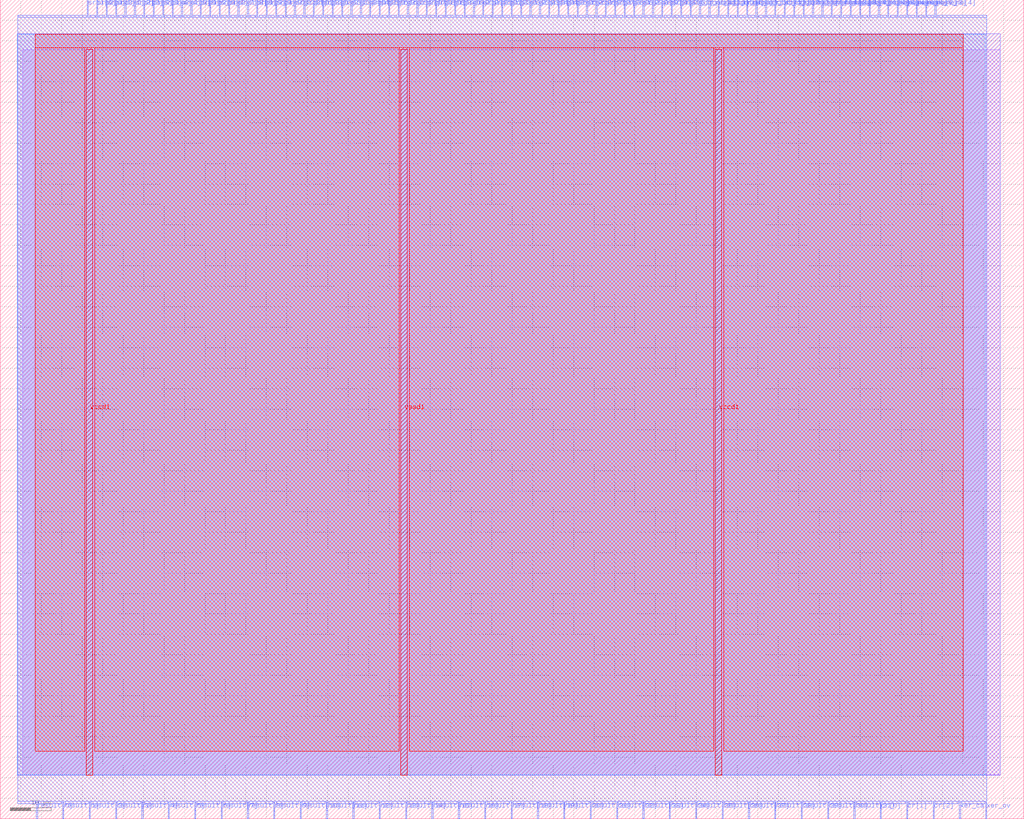
<source format=lef>
VERSION 5.7 ;
  NOWIREEXTENSIONATPIN ON ;
  DIVIDERCHAR "/" ;
  BUSBITCHARS "[]" ;
MACRO ALUL
  CLASS BLOCK ;
  FOREIGN ALUL ;
  ORIGIN 0.000 0.000 ;
  SIZE 250.000 BY 200.000 ;
  PIN alu_ctrl[0]
    DIRECTION INPUT ;
    USE SIGNAL ;
    PORT
      LAYER met2 ;
        RECT 168.450 196.000 168.730 200.000 ;
    END
  END alu_ctrl[0]
  PIN alu_ctrl[1]
    DIRECTION INPUT ;
    USE SIGNAL ;
    PORT
      LAYER met2 ;
        RECT 177.650 196.000 177.930 200.000 ;
    END
  END alu_ctrl[1]
  PIN bit_ctrl[0]
    DIRECTION INPUT ;
    USE SIGNAL ;
    PORT
      LAYER met2 ;
        RECT 170.750 196.000 171.030 200.000 ;
    END
  END bit_ctrl[0]
  PIN bit_ctrl[1]
    DIRECTION INPUT ;
    USE SIGNAL ;
    PORT
      LAYER met2 ;
        RECT 179.950 196.000 180.230 200.000 ;
    END
  END bit_ctrl[1]
  PIN bit_ctrl[2]
    DIRECTION INPUT ;
    USE SIGNAL ;
    PORT
      LAYER met2 ;
        RECT 186.850 196.000 187.130 200.000 ;
    END
  END bit_ctrl[2]
  PIN bit_ctrl[3]
    DIRECTION INPUT ;
    USE SIGNAL ;
    PORT
      LAYER met2 ;
        RECT 193.750 196.000 194.030 200.000 ;
    END
  END bit_ctrl[3]
  PIN cr[0]
    DIRECTION OUTPUT TRISTATE ;
    USE SIGNAL ;
    PORT
      LAYER met2 ;
        RECT 214.910 0.000 215.190 4.000 ;
    END
  END cr[0]
  PIN cr[1]
    DIRECTION OUTPUT TRISTATE ;
    USE SIGNAL ;
    PORT
      LAYER met2 ;
        RECT 221.350 0.000 221.630 4.000 ;
    END
  END cr[1]
  PIN cr[2]
    DIRECTION OUTPUT TRISTATE ;
    USE SIGNAL ;
    PORT
      LAYER met2 ;
        RECT 227.790 0.000 228.070 4.000 ;
    END
  END cr[2]
  PIN mask_mb[0]
    DIRECTION INPUT ;
    USE SIGNAL ;
    PORT
      LAYER met2 ;
        RECT 207.550 196.000 207.830 200.000 ;
    END
  END mask_mb[0]
  PIN mask_mb[1]
    DIRECTION INPUT ;
    USE SIGNAL ;
    PORT
      LAYER met2 ;
        RECT 209.850 196.000 210.130 200.000 ;
    END
  END mask_mb[1]
  PIN mask_mb[2]
    DIRECTION INPUT ;
    USE SIGNAL ;
    PORT
      LAYER met2 ;
        RECT 212.150 196.000 212.430 200.000 ;
    END
  END mask_mb[2]
  PIN mask_mb[3]
    DIRECTION INPUT ;
    USE SIGNAL ;
    PORT
      LAYER met2 ;
        RECT 214.450 196.000 214.730 200.000 ;
    END
  END mask_mb[3]
  PIN mask_mb[4]
    DIRECTION INPUT ;
    USE SIGNAL ;
    PORT
      LAYER met2 ;
        RECT 216.750 196.000 217.030 200.000 ;
    END
  END mask_mb[4]
  PIN mask_me[0]
    DIRECTION INPUT ;
    USE SIGNAL ;
    PORT
      LAYER met2 ;
        RECT 219.050 196.000 219.330 200.000 ;
    END
  END mask_me[0]
  PIN mask_me[1]
    DIRECTION INPUT ;
    USE SIGNAL ;
    PORT
      LAYER met2 ;
        RECT 221.350 196.000 221.630 200.000 ;
    END
  END mask_me[1]
  PIN mask_me[2]
    DIRECTION INPUT ;
    USE SIGNAL ;
    PORT
      LAYER met2 ;
        RECT 223.650 196.000 223.930 200.000 ;
    END
  END mask_me[2]
  PIN mask_me[3]
    DIRECTION INPUT ;
    USE SIGNAL ;
    PORT
      LAYER met2 ;
        RECT 225.950 196.000 226.230 200.000 ;
    END
  END mask_me[3]
  PIN mask_me[4]
    DIRECTION INPUT ;
    USE SIGNAL ;
    PORT
      LAYER met2 ;
        RECT 228.250 196.000 228.530 200.000 ;
    END
  END mask_me[4]
  PIN result[0]
    DIRECTION OUTPUT TRISTATE ;
    USE SIGNAL ;
    PORT
      LAYER met2 ;
        RECT 8.830 0.000 9.110 4.000 ;
    END
  END result[0]
  PIN result[10]
    DIRECTION OUTPUT TRISTATE ;
    USE SIGNAL ;
    PORT
      LAYER met2 ;
        RECT 73.230 0.000 73.510 4.000 ;
    END
  END result[10]
  PIN result[11]
    DIRECTION OUTPUT TRISTATE ;
    USE SIGNAL ;
    PORT
      LAYER met2 ;
        RECT 79.670 0.000 79.950 4.000 ;
    END
  END result[11]
  PIN result[12]
    DIRECTION OUTPUT TRISTATE ;
    USE SIGNAL ;
    PORT
      LAYER met2 ;
        RECT 86.110 0.000 86.390 4.000 ;
    END
  END result[12]
  PIN result[13]
    DIRECTION OUTPUT TRISTATE ;
    USE SIGNAL ;
    PORT
      LAYER met2 ;
        RECT 92.550 0.000 92.830 4.000 ;
    END
  END result[13]
  PIN result[14]
    DIRECTION OUTPUT TRISTATE ;
    USE SIGNAL ;
    PORT
      LAYER met2 ;
        RECT 98.990 0.000 99.270 4.000 ;
    END
  END result[14]
  PIN result[15]
    DIRECTION OUTPUT TRISTATE ;
    USE SIGNAL ;
    PORT
      LAYER met2 ;
        RECT 105.430 0.000 105.710 4.000 ;
    END
  END result[15]
  PIN result[16]
    DIRECTION OUTPUT TRISTATE ;
    USE SIGNAL ;
    PORT
      LAYER met2 ;
        RECT 111.870 0.000 112.150 4.000 ;
    END
  END result[16]
  PIN result[17]
    DIRECTION OUTPUT TRISTATE ;
    USE SIGNAL ;
    PORT
      LAYER met2 ;
        RECT 118.310 0.000 118.590 4.000 ;
    END
  END result[17]
  PIN result[18]
    DIRECTION OUTPUT TRISTATE ;
    USE SIGNAL ;
    PORT
      LAYER met2 ;
        RECT 124.750 0.000 125.030 4.000 ;
    END
  END result[18]
  PIN result[19]
    DIRECTION OUTPUT TRISTATE ;
    USE SIGNAL ;
    PORT
      LAYER met2 ;
        RECT 131.190 0.000 131.470 4.000 ;
    END
  END result[19]
  PIN result[1]
    DIRECTION OUTPUT TRISTATE ;
    USE SIGNAL ;
    PORT
      LAYER met2 ;
        RECT 15.270 0.000 15.550 4.000 ;
    END
  END result[1]
  PIN result[20]
    DIRECTION OUTPUT TRISTATE ;
    USE SIGNAL ;
    PORT
      LAYER met2 ;
        RECT 137.630 0.000 137.910 4.000 ;
    END
  END result[20]
  PIN result[21]
    DIRECTION OUTPUT TRISTATE ;
    USE SIGNAL ;
    PORT
      LAYER met2 ;
        RECT 144.070 0.000 144.350 4.000 ;
    END
  END result[21]
  PIN result[22]
    DIRECTION OUTPUT TRISTATE ;
    USE SIGNAL ;
    PORT
      LAYER met2 ;
        RECT 150.510 0.000 150.790 4.000 ;
    END
  END result[22]
  PIN result[23]
    DIRECTION OUTPUT TRISTATE ;
    USE SIGNAL ;
    PORT
      LAYER met2 ;
        RECT 156.950 0.000 157.230 4.000 ;
    END
  END result[23]
  PIN result[24]
    DIRECTION OUTPUT TRISTATE ;
    USE SIGNAL ;
    PORT
      LAYER met2 ;
        RECT 163.390 0.000 163.670 4.000 ;
    END
  END result[24]
  PIN result[25]
    DIRECTION OUTPUT TRISTATE ;
    USE SIGNAL ;
    PORT
      LAYER met2 ;
        RECT 169.830 0.000 170.110 4.000 ;
    END
  END result[25]
  PIN result[26]
    DIRECTION OUTPUT TRISTATE ;
    USE SIGNAL ;
    PORT
      LAYER met2 ;
        RECT 176.270 0.000 176.550 4.000 ;
    END
  END result[26]
  PIN result[27]
    DIRECTION OUTPUT TRISTATE ;
    USE SIGNAL ;
    PORT
      LAYER met2 ;
        RECT 182.710 0.000 182.990 4.000 ;
    END
  END result[27]
  PIN result[28]
    DIRECTION OUTPUT TRISTATE ;
    USE SIGNAL ;
    PORT
      LAYER met2 ;
        RECT 189.150 0.000 189.430 4.000 ;
    END
  END result[28]
  PIN result[29]
    DIRECTION OUTPUT TRISTATE ;
    USE SIGNAL ;
    PORT
      LAYER met2 ;
        RECT 195.590 0.000 195.870 4.000 ;
    END
  END result[29]
  PIN result[2]
    DIRECTION OUTPUT TRISTATE ;
    USE SIGNAL ;
    PORT
      LAYER met2 ;
        RECT 21.710 0.000 21.990 4.000 ;
    END
  END result[2]
  PIN result[30]
    DIRECTION OUTPUT TRISTATE ;
    USE SIGNAL ;
    PORT
      LAYER met2 ;
        RECT 202.030 0.000 202.310 4.000 ;
    END
  END result[30]
  PIN result[31]
    DIRECTION OUTPUT TRISTATE ;
    USE SIGNAL ;
    PORT
      LAYER met2 ;
        RECT 208.470 0.000 208.750 4.000 ;
    END
  END result[31]
  PIN result[3]
    DIRECTION OUTPUT TRISTATE ;
    USE SIGNAL ;
    PORT
      LAYER met2 ;
        RECT 28.150 0.000 28.430 4.000 ;
    END
  END result[3]
  PIN result[4]
    DIRECTION OUTPUT TRISTATE ;
    USE SIGNAL ;
    PORT
      LAYER met2 ;
        RECT 34.590 0.000 34.870 4.000 ;
    END
  END result[4]
  PIN result[5]
    DIRECTION OUTPUT TRISTATE ;
    USE SIGNAL ;
    PORT
      LAYER met2 ;
        RECT 41.030 0.000 41.310 4.000 ;
    END
  END result[5]
  PIN result[6]
    DIRECTION OUTPUT TRISTATE ;
    USE SIGNAL ;
    PORT
      LAYER met2 ;
        RECT 47.470 0.000 47.750 4.000 ;
    END
  END result[6]
  PIN result[7]
    DIRECTION OUTPUT TRISTATE ;
    USE SIGNAL ;
    PORT
      LAYER met2 ;
        RECT 53.910 0.000 54.190 4.000 ;
    END
  END result[7]
  PIN result[8]
    DIRECTION OUTPUT TRISTATE ;
    USE SIGNAL ;
    PORT
      LAYER met2 ;
        RECT 60.350 0.000 60.630 4.000 ;
    END
  END result[8]
  PIN result[9]
    DIRECTION OUTPUT TRISTATE ;
    USE SIGNAL ;
    PORT
      LAYER met2 ;
        RECT 66.790 0.000 67.070 4.000 ;
    END
  END result[9]
  PIN rimi_ctrl[0]
    DIRECTION INPUT ;
    USE SIGNAL ;
    PORT
      LAYER met2 ;
        RECT 173.050 196.000 173.330 200.000 ;
    END
  END rimi_ctrl[0]
  PIN rimi_ctrl[1]
    DIRECTION INPUT ;
    USE SIGNAL ;
    PORT
      LAYER met2 ;
        RECT 182.250 196.000 182.530 200.000 ;
    END
  END rimi_ctrl[1]
  PIN rimi_ctrl[2]
    DIRECTION INPUT ;
    USE SIGNAL ;
    PORT
      LAYER met2 ;
        RECT 189.150 196.000 189.430 200.000 ;
    END
  END rimi_ctrl[2]
  PIN shift_amt[0]
    DIRECTION INPUT ;
    USE SIGNAL ;
    PORT
      LAYER met2 ;
        RECT 196.050 196.000 196.330 200.000 ;
    END
  END shift_amt[0]
  PIN shift_amt[1]
    DIRECTION INPUT ;
    USE SIGNAL ;
    PORT
      LAYER met2 ;
        RECT 198.350 196.000 198.630 200.000 ;
    END
  END shift_amt[1]
  PIN shift_amt[2]
    DIRECTION INPUT ;
    USE SIGNAL ;
    PORT
      LAYER met2 ;
        RECT 200.650 196.000 200.930 200.000 ;
    END
  END shift_amt[2]
  PIN shift_amt[3]
    DIRECTION INPUT ;
    USE SIGNAL ;
    PORT
      LAYER met2 ;
        RECT 202.950 196.000 203.230 200.000 ;
    END
  END shift_amt[3]
  PIN shift_amt[4]
    DIRECTION INPUT ;
    USE SIGNAL ;
    PORT
      LAYER met2 ;
        RECT 205.250 196.000 205.530 200.000 ;
    END
  END shift_amt[4]
  PIN spec_ctrl[0]
    DIRECTION INPUT ;
    USE SIGNAL ;
    PORT
      LAYER met2 ;
        RECT 175.350 196.000 175.630 200.000 ;
    END
  END spec_ctrl[0]
  PIN spec_ctrl[1]
    DIRECTION INPUT ;
    USE SIGNAL ;
    PORT
      LAYER met2 ;
        RECT 184.550 196.000 184.830 200.000 ;
    END
  END spec_ctrl[1]
  PIN spec_ctrl[2]
    DIRECTION INPUT ;
    USE SIGNAL ;
    PORT
      LAYER met2 ;
        RECT 191.450 196.000 191.730 200.000 ;
    END
  END spec_ctrl[2]
  PIN src1[0]
    DIRECTION INPUT ;
    USE SIGNAL ;
    PORT
      LAYER met2 ;
        RECT 21.250 196.000 21.530 200.000 ;
    END
  END src1[0]
  PIN src1[10]
    DIRECTION INPUT ;
    USE SIGNAL ;
    PORT
      LAYER met2 ;
        RECT 67.250 196.000 67.530 200.000 ;
    END
  END src1[10]
  PIN src1[11]
    DIRECTION INPUT ;
    USE SIGNAL ;
    PORT
      LAYER met2 ;
        RECT 71.850 196.000 72.130 200.000 ;
    END
  END src1[11]
  PIN src1[12]
    DIRECTION INPUT ;
    USE SIGNAL ;
    PORT
      LAYER met2 ;
        RECT 76.450 196.000 76.730 200.000 ;
    END
  END src1[12]
  PIN src1[13]
    DIRECTION INPUT ;
    USE SIGNAL ;
    PORT
      LAYER met2 ;
        RECT 81.050 196.000 81.330 200.000 ;
    END
  END src1[13]
  PIN src1[14]
    DIRECTION INPUT ;
    USE SIGNAL ;
    PORT
      LAYER met2 ;
        RECT 85.650 196.000 85.930 200.000 ;
    END
  END src1[14]
  PIN src1[15]
    DIRECTION INPUT ;
    USE SIGNAL ;
    PORT
      LAYER met2 ;
        RECT 90.250 196.000 90.530 200.000 ;
    END
  END src1[15]
  PIN src1[16]
    DIRECTION INPUT ;
    USE SIGNAL ;
    PORT
      LAYER met2 ;
        RECT 94.850 196.000 95.130 200.000 ;
    END
  END src1[16]
  PIN src1[17]
    DIRECTION INPUT ;
    USE SIGNAL ;
    PORT
      LAYER met2 ;
        RECT 99.450 196.000 99.730 200.000 ;
    END
  END src1[17]
  PIN src1[18]
    DIRECTION INPUT ;
    USE SIGNAL ;
    PORT
      LAYER met2 ;
        RECT 104.050 196.000 104.330 200.000 ;
    END
  END src1[18]
  PIN src1[19]
    DIRECTION INPUT ;
    USE SIGNAL ;
    PORT
      LAYER met2 ;
        RECT 108.650 196.000 108.930 200.000 ;
    END
  END src1[19]
  PIN src1[1]
    DIRECTION INPUT ;
    USE SIGNAL ;
    PORT
      LAYER met2 ;
        RECT 25.850 196.000 26.130 200.000 ;
    END
  END src1[1]
  PIN src1[20]
    DIRECTION INPUT ;
    USE SIGNAL ;
    PORT
      LAYER met2 ;
        RECT 113.250 196.000 113.530 200.000 ;
    END
  END src1[20]
  PIN src1[21]
    DIRECTION INPUT ;
    USE SIGNAL ;
    PORT
      LAYER met2 ;
        RECT 117.850 196.000 118.130 200.000 ;
    END
  END src1[21]
  PIN src1[22]
    DIRECTION INPUT ;
    USE SIGNAL ;
    PORT
      LAYER met2 ;
        RECT 122.450 196.000 122.730 200.000 ;
    END
  END src1[22]
  PIN src1[23]
    DIRECTION INPUT ;
    USE SIGNAL ;
    PORT
      LAYER met2 ;
        RECT 127.050 196.000 127.330 200.000 ;
    END
  END src1[23]
  PIN src1[24]
    DIRECTION INPUT ;
    USE SIGNAL ;
    PORT
      LAYER met2 ;
        RECT 131.650 196.000 131.930 200.000 ;
    END
  END src1[24]
  PIN src1[25]
    DIRECTION INPUT ;
    USE SIGNAL ;
    PORT
      LAYER met2 ;
        RECT 136.250 196.000 136.530 200.000 ;
    END
  END src1[25]
  PIN src1[26]
    DIRECTION INPUT ;
    USE SIGNAL ;
    PORT
      LAYER met2 ;
        RECT 140.850 196.000 141.130 200.000 ;
    END
  END src1[26]
  PIN src1[27]
    DIRECTION INPUT ;
    USE SIGNAL ;
    PORT
      LAYER met2 ;
        RECT 145.450 196.000 145.730 200.000 ;
    END
  END src1[27]
  PIN src1[28]
    DIRECTION INPUT ;
    USE SIGNAL ;
    PORT
      LAYER met2 ;
        RECT 150.050 196.000 150.330 200.000 ;
    END
  END src1[28]
  PIN src1[29]
    DIRECTION INPUT ;
    USE SIGNAL ;
    PORT
      LAYER met2 ;
        RECT 154.650 196.000 154.930 200.000 ;
    END
  END src1[29]
  PIN src1[2]
    DIRECTION INPUT ;
    USE SIGNAL ;
    PORT
      LAYER met2 ;
        RECT 30.450 196.000 30.730 200.000 ;
    END
  END src1[2]
  PIN src1[30]
    DIRECTION INPUT ;
    USE SIGNAL ;
    PORT
      LAYER met2 ;
        RECT 159.250 196.000 159.530 200.000 ;
    END
  END src1[30]
  PIN src1[31]
    DIRECTION INPUT ;
    USE SIGNAL ;
    PORT
      LAYER met2 ;
        RECT 163.850 196.000 164.130 200.000 ;
    END
  END src1[31]
  PIN src1[3]
    DIRECTION INPUT ;
    USE SIGNAL ;
    PORT
      LAYER met2 ;
        RECT 35.050 196.000 35.330 200.000 ;
    END
  END src1[3]
  PIN src1[4]
    DIRECTION INPUT ;
    USE SIGNAL ;
    PORT
      LAYER met2 ;
        RECT 39.650 196.000 39.930 200.000 ;
    END
  END src1[4]
  PIN src1[5]
    DIRECTION INPUT ;
    USE SIGNAL ;
    PORT
      LAYER met2 ;
        RECT 44.250 196.000 44.530 200.000 ;
    END
  END src1[5]
  PIN src1[6]
    DIRECTION INPUT ;
    USE SIGNAL ;
    PORT
      LAYER met2 ;
        RECT 48.850 196.000 49.130 200.000 ;
    END
  END src1[6]
  PIN src1[7]
    DIRECTION INPUT ;
    USE SIGNAL ;
    PORT
      LAYER met2 ;
        RECT 53.450 196.000 53.730 200.000 ;
    END
  END src1[7]
  PIN src1[8]
    DIRECTION INPUT ;
    USE SIGNAL ;
    PORT
      LAYER met2 ;
        RECT 58.050 196.000 58.330 200.000 ;
    END
  END src1[8]
  PIN src1[9]
    DIRECTION INPUT ;
    USE SIGNAL ;
    PORT
      LAYER met2 ;
        RECT 62.650 196.000 62.930 200.000 ;
    END
  END src1[9]
  PIN src2[0]
    DIRECTION INPUT ;
    USE SIGNAL ;
    PORT
      LAYER met2 ;
        RECT 23.550 196.000 23.830 200.000 ;
    END
  END src2[0]
  PIN src2[10]
    DIRECTION INPUT ;
    USE SIGNAL ;
    PORT
      LAYER met2 ;
        RECT 69.550 196.000 69.830 200.000 ;
    END
  END src2[10]
  PIN src2[11]
    DIRECTION INPUT ;
    USE SIGNAL ;
    PORT
      LAYER met2 ;
        RECT 74.150 196.000 74.430 200.000 ;
    END
  END src2[11]
  PIN src2[12]
    DIRECTION INPUT ;
    USE SIGNAL ;
    PORT
      LAYER met2 ;
        RECT 78.750 196.000 79.030 200.000 ;
    END
  END src2[12]
  PIN src2[13]
    DIRECTION INPUT ;
    USE SIGNAL ;
    PORT
      LAYER met2 ;
        RECT 83.350 196.000 83.630 200.000 ;
    END
  END src2[13]
  PIN src2[14]
    DIRECTION INPUT ;
    USE SIGNAL ;
    PORT
      LAYER met2 ;
        RECT 87.950 196.000 88.230 200.000 ;
    END
  END src2[14]
  PIN src2[15]
    DIRECTION INPUT ;
    USE SIGNAL ;
    PORT
      LAYER met2 ;
        RECT 92.550 196.000 92.830 200.000 ;
    END
  END src2[15]
  PIN src2[16]
    DIRECTION INPUT ;
    USE SIGNAL ;
    PORT
      LAYER met2 ;
        RECT 97.150 196.000 97.430 200.000 ;
    END
  END src2[16]
  PIN src2[17]
    DIRECTION INPUT ;
    USE SIGNAL ;
    PORT
      LAYER met2 ;
        RECT 101.750 196.000 102.030 200.000 ;
    END
  END src2[17]
  PIN src2[18]
    DIRECTION INPUT ;
    USE SIGNAL ;
    PORT
      LAYER met2 ;
        RECT 106.350 196.000 106.630 200.000 ;
    END
  END src2[18]
  PIN src2[19]
    DIRECTION INPUT ;
    USE SIGNAL ;
    PORT
      LAYER met2 ;
        RECT 110.950 196.000 111.230 200.000 ;
    END
  END src2[19]
  PIN src2[1]
    DIRECTION INPUT ;
    USE SIGNAL ;
    PORT
      LAYER met2 ;
        RECT 28.150 196.000 28.430 200.000 ;
    END
  END src2[1]
  PIN src2[20]
    DIRECTION INPUT ;
    USE SIGNAL ;
    PORT
      LAYER met2 ;
        RECT 115.550 196.000 115.830 200.000 ;
    END
  END src2[20]
  PIN src2[21]
    DIRECTION INPUT ;
    USE SIGNAL ;
    PORT
      LAYER met2 ;
        RECT 120.150 196.000 120.430 200.000 ;
    END
  END src2[21]
  PIN src2[22]
    DIRECTION INPUT ;
    USE SIGNAL ;
    PORT
      LAYER met2 ;
        RECT 124.750 196.000 125.030 200.000 ;
    END
  END src2[22]
  PIN src2[23]
    DIRECTION INPUT ;
    USE SIGNAL ;
    PORT
      LAYER met2 ;
        RECT 129.350 196.000 129.630 200.000 ;
    END
  END src2[23]
  PIN src2[24]
    DIRECTION INPUT ;
    USE SIGNAL ;
    PORT
      LAYER met2 ;
        RECT 133.950 196.000 134.230 200.000 ;
    END
  END src2[24]
  PIN src2[25]
    DIRECTION INPUT ;
    USE SIGNAL ;
    PORT
      LAYER met2 ;
        RECT 138.550 196.000 138.830 200.000 ;
    END
  END src2[25]
  PIN src2[26]
    DIRECTION INPUT ;
    USE SIGNAL ;
    PORT
      LAYER met2 ;
        RECT 143.150 196.000 143.430 200.000 ;
    END
  END src2[26]
  PIN src2[27]
    DIRECTION INPUT ;
    USE SIGNAL ;
    PORT
      LAYER met2 ;
        RECT 147.750 196.000 148.030 200.000 ;
    END
  END src2[27]
  PIN src2[28]
    DIRECTION INPUT ;
    USE SIGNAL ;
    PORT
      LAYER met2 ;
        RECT 152.350 196.000 152.630 200.000 ;
    END
  END src2[28]
  PIN src2[29]
    DIRECTION INPUT ;
    USE SIGNAL ;
    PORT
      LAYER met2 ;
        RECT 156.950 196.000 157.230 200.000 ;
    END
  END src2[29]
  PIN src2[2]
    DIRECTION INPUT ;
    USE SIGNAL ;
    PORT
      LAYER met2 ;
        RECT 32.750 196.000 33.030 200.000 ;
    END
  END src2[2]
  PIN src2[30]
    DIRECTION INPUT ;
    USE SIGNAL ;
    PORT
      LAYER met2 ;
        RECT 161.550 196.000 161.830 200.000 ;
    END
  END src2[30]
  PIN src2[31]
    DIRECTION INPUT ;
    USE SIGNAL ;
    PORT
      LAYER met2 ;
        RECT 166.150 196.000 166.430 200.000 ;
    END
  END src2[31]
  PIN src2[3]
    DIRECTION INPUT ;
    USE SIGNAL ;
    PORT
      LAYER met2 ;
        RECT 37.350 196.000 37.630 200.000 ;
    END
  END src2[3]
  PIN src2[4]
    DIRECTION INPUT ;
    USE SIGNAL ;
    PORT
      LAYER met2 ;
        RECT 41.950 196.000 42.230 200.000 ;
    END
  END src2[4]
  PIN src2[5]
    DIRECTION INPUT ;
    USE SIGNAL ;
    PORT
      LAYER met2 ;
        RECT 46.550 196.000 46.830 200.000 ;
    END
  END src2[5]
  PIN src2[6]
    DIRECTION INPUT ;
    USE SIGNAL ;
    PORT
      LAYER met2 ;
        RECT 51.150 196.000 51.430 200.000 ;
    END
  END src2[6]
  PIN src2[7]
    DIRECTION INPUT ;
    USE SIGNAL ;
    PORT
      LAYER met2 ;
        RECT 55.750 196.000 56.030 200.000 ;
    END
  END src2[7]
  PIN src2[8]
    DIRECTION INPUT ;
    USE SIGNAL ;
    PORT
      LAYER met2 ;
        RECT 60.350 196.000 60.630 200.000 ;
    END
  END src2[8]
  PIN src2[9]
    DIRECTION INPUT ;
    USE SIGNAL ;
    PORT
      LAYER met2 ;
        RECT 64.950 196.000 65.230 200.000 ;
    END
  END src2[9]
  PIN vccd1
    DIRECTION INOUT ;
    USE POWER ;
    PORT
      LAYER met4 ;
        RECT 21.040 10.640 22.640 187.920 ;
    END
    PORT
      LAYER met4 ;
        RECT 174.640 10.640 176.240 187.920 ;
    END
  END vccd1
  PIN vssd1
    DIRECTION INOUT ;
    USE GROUND ;
    PORT
      LAYER met4 ;
        RECT 97.840 10.640 99.440 187.920 ;
    END
  END vssd1
  PIN xer_ca
    DIRECTION OUTPUT TRISTATE ;
    USE SIGNAL ;
    PORT
      LAYER met2 ;
        RECT 234.230 0.000 234.510 4.000 ;
    END
  END xer_ca
  PIN xer_ov
    DIRECTION OUTPUT TRISTATE ;
    USE SIGNAL ;
    PORT
      LAYER met2 ;
        RECT 240.670 0.000 240.950 4.000 ;
    END
  END xer_ov
  OBS
      LAYER li1 ;
        RECT 5.520 10.795 244.260 187.765 ;
      LAYER met1 ;
        RECT 4.210 10.640 244.260 191.720 ;
      LAYER met2 ;
        RECT 4.230 195.720 20.970 196.250 ;
        RECT 21.810 195.720 23.270 196.250 ;
        RECT 24.110 195.720 25.570 196.250 ;
        RECT 26.410 195.720 27.870 196.250 ;
        RECT 28.710 195.720 30.170 196.250 ;
        RECT 31.010 195.720 32.470 196.250 ;
        RECT 33.310 195.720 34.770 196.250 ;
        RECT 35.610 195.720 37.070 196.250 ;
        RECT 37.910 195.720 39.370 196.250 ;
        RECT 40.210 195.720 41.670 196.250 ;
        RECT 42.510 195.720 43.970 196.250 ;
        RECT 44.810 195.720 46.270 196.250 ;
        RECT 47.110 195.720 48.570 196.250 ;
        RECT 49.410 195.720 50.870 196.250 ;
        RECT 51.710 195.720 53.170 196.250 ;
        RECT 54.010 195.720 55.470 196.250 ;
        RECT 56.310 195.720 57.770 196.250 ;
        RECT 58.610 195.720 60.070 196.250 ;
        RECT 60.910 195.720 62.370 196.250 ;
        RECT 63.210 195.720 64.670 196.250 ;
        RECT 65.510 195.720 66.970 196.250 ;
        RECT 67.810 195.720 69.270 196.250 ;
        RECT 70.110 195.720 71.570 196.250 ;
        RECT 72.410 195.720 73.870 196.250 ;
        RECT 74.710 195.720 76.170 196.250 ;
        RECT 77.010 195.720 78.470 196.250 ;
        RECT 79.310 195.720 80.770 196.250 ;
        RECT 81.610 195.720 83.070 196.250 ;
        RECT 83.910 195.720 85.370 196.250 ;
        RECT 86.210 195.720 87.670 196.250 ;
        RECT 88.510 195.720 89.970 196.250 ;
        RECT 90.810 195.720 92.270 196.250 ;
        RECT 93.110 195.720 94.570 196.250 ;
        RECT 95.410 195.720 96.870 196.250 ;
        RECT 97.710 195.720 99.170 196.250 ;
        RECT 100.010 195.720 101.470 196.250 ;
        RECT 102.310 195.720 103.770 196.250 ;
        RECT 104.610 195.720 106.070 196.250 ;
        RECT 106.910 195.720 108.370 196.250 ;
        RECT 109.210 195.720 110.670 196.250 ;
        RECT 111.510 195.720 112.970 196.250 ;
        RECT 113.810 195.720 115.270 196.250 ;
        RECT 116.110 195.720 117.570 196.250 ;
        RECT 118.410 195.720 119.870 196.250 ;
        RECT 120.710 195.720 122.170 196.250 ;
        RECT 123.010 195.720 124.470 196.250 ;
        RECT 125.310 195.720 126.770 196.250 ;
        RECT 127.610 195.720 129.070 196.250 ;
        RECT 129.910 195.720 131.370 196.250 ;
        RECT 132.210 195.720 133.670 196.250 ;
        RECT 134.510 195.720 135.970 196.250 ;
        RECT 136.810 195.720 138.270 196.250 ;
        RECT 139.110 195.720 140.570 196.250 ;
        RECT 141.410 195.720 142.870 196.250 ;
        RECT 143.710 195.720 145.170 196.250 ;
        RECT 146.010 195.720 147.470 196.250 ;
        RECT 148.310 195.720 149.770 196.250 ;
        RECT 150.610 195.720 152.070 196.250 ;
        RECT 152.910 195.720 154.370 196.250 ;
        RECT 155.210 195.720 156.670 196.250 ;
        RECT 157.510 195.720 158.970 196.250 ;
        RECT 159.810 195.720 161.270 196.250 ;
        RECT 162.110 195.720 163.570 196.250 ;
        RECT 164.410 195.720 165.870 196.250 ;
        RECT 166.710 195.720 168.170 196.250 ;
        RECT 169.010 195.720 170.470 196.250 ;
        RECT 171.310 195.720 172.770 196.250 ;
        RECT 173.610 195.720 175.070 196.250 ;
        RECT 175.910 195.720 177.370 196.250 ;
        RECT 178.210 195.720 179.670 196.250 ;
        RECT 180.510 195.720 181.970 196.250 ;
        RECT 182.810 195.720 184.270 196.250 ;
        RECT 185.110 195.720 186.570 196.250 ;
        RECT 187.410 195.720 188.870 196.250 ;
        RECT 189.710 195.720 191.170 196.250 ;
        RECT 192.010 195.720 193.470 196.250 ;
        RECT 194.310 195.720 195.770 196.250 ;
        RECT 196.610 195.720 198.070 196.250 ;
        RECT 198.910 195.720 200.370 196.250 ;
        RECT 201.210 195.720 202.670 196.250 ;
        RECT 203.510 195.720 204.970 196.250 ;
        RECT 205.810 195.720 207.270 196.250 ;
        RECT 208.110 195.720 209.570 196.250 ;
        RECT 210.410 195.720 211.870 196.250 ;
        RECT 212.710 195.720 214.170 196.250 ;
        RECT 215.010 195.720 216.470 196.250 ;
        RECT 217.310 195.720 218.770 196.250 ;
        RECT 219.610 195.720 221.070 196.250 ;
        RECT 221.910 195.720 223.370 196.250 ;
        RECT 224.210 195.720 225.670 196.250 ;
        RECT 226.510 195.720 227.970 196.250 ;
        RECT 228.810 195.720 240.940 196.250 ;
        RECT 4.230 4.280 240.940 195.720 ;
        RECT 4.230 3.670 8.550 4.280 ;
        RECT 9.390 3.670 14.990 4.280 ;
        RECT 15.830 3.670 21.430 4.280 ;
        RECT 22.270 3.670 27.870 4.280 ;
        RECT 28.710 3.670 34.310 4.280 ;
        RECT 35.150 3.670 40.750 4.280 ;
        RECT 41.590 3.670 47.190 4.280 ;
        RECT 48.030 3.670 53.630 4.280 ;
        RECT 54.470 3.670 60.070 4.280 ;
        RECT 60.910 3.670 66.510 4.280 ;
        RECT 67.350 3.670 72.950 4.280 ;
        RECT 73.790 3.670 79.390 4.280 ;
        RECT 80.230 3.670 85.830 4.280 ;
        RECT 86.670 3.670 92.270 4.280 ;
        RECT 93.110 3.670 98.710 4.280 ;
        RECT 99.550 3.670 105.150 4.280 ;
        RECT 105.990 3.670 111.590 4.280 ;
        RECT 112.430 3.670 118.030 4.280 ;
        RECT 118.870 3.670 124.470 4.280 ;
        RECT 125.310 3.670 130.910 4.280 ;
        RECT 131.750 3.670 137.350 4.280 ;
        RECT 138.190 3.670 143.790 4.280 ;
        RECT 144.630 3.670 150.230 4.280 ;
        RECT 151.070 3.670 156.670 4.280 ;
        RECT 157.510 3.670 163.110 4.280 ;
        RECT 163.950 3.670 169.550 4.280 ;
        RECT 170.390 3.670 175.990 4.280 ;
        RECT 176.830 3.670 182.430 4.280 ;
        RECT 183.270 3.670 188.870 4.280 ;
        RECT 189.710 3.670 195.310 4.280 ;
        RECT 196.150 3.670 201.750 4.280 ;
        RECT 202.590 3.670 208.190 4.280 ;
        RECT 209.030 3.670 214.630 4.280 ;
        RECT 215.470 3.670 221.070 4.280 ;
        RECT 221.910 3.670 227.510 4.280 ;
        RECT 228.350 3.670 233.950 4.280 ;
        RECT 234.790 3.670 240.390 4.280 ;
      LAYER met3 ;
        RECT 4.205 10.715 240.515 191.585 ;
      LAYER met4 ;
        RECT 8.575 188.320 235.225 191.585 ;
        RECT 8.575 16.495 20.640 188.320 ;
        RECT 23.040 16.495 97.440 188.320 ;
        RECT 99.840 16.495 174.240 188.320 ;
        RECT 176.640 16.495 235.225 188.320 ;
  END
END ALUL
END LIBRARY


</source>
